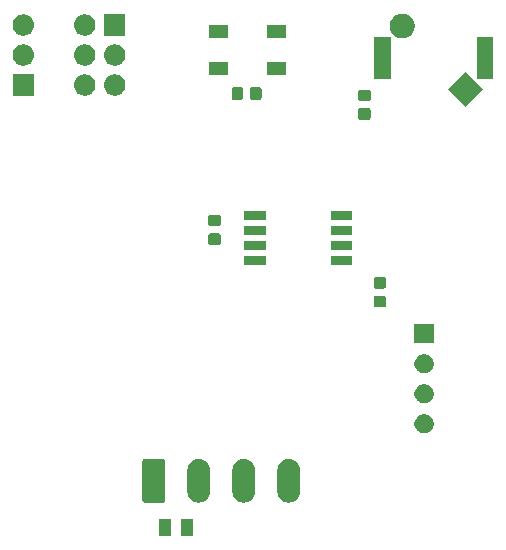
<source format=gts>
G04 #@! TF.GenerationSoftware,KiCad,Pcbnew,(5.1.2-1)-1*
G04 #@! TF.CreationDate,2019-07-21T21:30:42+01:00*
G04 #@! TF.ProjectId,nfc_reader_module,6e66635f-7265-4616-9465-725f6d6f6475,rev?*
G04 #@! TF.SameCoordinates,Original*
G04 #@! TF.FileFunction,Soldermask,Top*
G04 #@! TF.FilePolarity,Negative*
%FSLAX46Y46*%
G04 Gerber Fmt 4.6, Leading zero omitted, Abs format (unit mm)*
G04 Created by KiCad (PCBNEW (5.1.2-1)-1) date 2019-07-21 21:30:42*
%MOMM*%
%LPD*%
G04 APERTURE LIST*
%ADD10C,0.100000*%
G04 APERTURE END LIST*
D10*
G36*
X141239468Y-111683565D02*
G01*
X141278138Y-111695296D01*
X141313777Y-111714346D01*
X141345017Y-111739983D01*
X141370654Y-111771223D01*
X141389704Y-111806862D01*
X141401435Y-111845532D01*
X141406000Y-111891888D01*
X141406000Y-112968112D01*
X141401435Y-113014468D01*
X141389704Y-113053138D01*
X141370654Y-113088777D01*
X141345017Y-113120017D01*
X141313777Y-113145654D01*
X141278138Y-113164704D01*
X141239468Y-113176435D01*
X141193112Y-113181000D01*
X140541888Y-113181000D01*
X140495532Y-113176435D01*
X140456862Y-113164704D01*
X140421223Y-113145654D01*
X140389983Y-113120017D01*
X140364346Y-113088777D01*
X140345296Y-113053138D01*
X140333565Y-113014468D01*
X140329000Y-112968112D01*
X140329000Y-111891888D01*
X140333565Y-111845532D01*
X140345296Y-111806862D01*
X140364346Y-111771223D01*
X140389983Y-111739983D01*
X140421223Y-111714346D01*
X140456862Y-111695296D01*
X140495532Y-111683565D01*
X140541888Y-111679000D01*
X141193112Y-111679000D01*
X141239468Y-111683565D01*
X141239468Y-111683565D01*
G37*
G36*
X139364468Y-111683565D02*
G01*
X139403138Y-111695296D01*
X139438777Y-111714346D01*
X139470017Y-111739983D01*
X139495654Y-111771223D01*
X139514704Y-111806862D01*
X139526435Y-111845532D01*
X139531000Y-111891888D01*
X139531000Y-112968112D01*
X139526435Y-113014468D01*
X139514704Y-113053138D01*
X139495654Y-113088777D01*
X139470017Y-113120017D01*
X139438777Y-113145654D01*
X139403138Y-113164704D01*
X139364468Y-113176435D01*
X139318112Y-113181000D01*
X138666888Y-113181000D01*
X138620532Y-113176435D01*
X138581862Y-113164704D01*
X138546223Y-113145654D01*
X138514983Y-113120017D01*
X138489346Y-113088777D01*
X138470296Y-113053138D01*
X138458565Y-113014468D01*
X138454000Y-112968112D01*
X138454000Y-111891888D01*
X138458565Y-111845532D01*
X138470296Y-111806862D01*
X138489346Y-111771223D01*
X138514983Y-111739983D01*
X138546223Y-111714346D01*
X138581862Y-111695296D01*
X138620532Y-111683565D01*
X138666888Y-111679000D01*
X139318112Y-111679000D01*
X139364468Y-111683565D01*
X139364468Y-111683565D01*
G37*
G36*
X149646424Y-106642760D02*
G01*
X149646427Y-106642761D01*
X149646428Y-106642761D01*
X149825692Y-106697140D01*
X149825695Y-106697142D01*
X149825696Y-106697142D01*
X149990903Y-106785446D01*
X150135712Y-106904288D01*
X150254554Y-107049097D01*
X150342858Y-107214303D01*
X150342860Y-107214307D01*
X150342860Y-107214308D01*
X150397240Y-107393575D01*
X150411000Y-107533282D01*
X150411000Y-109426718D01*
X150397240Y-109566425D01*
X150397239Y-109566428D01*
X150397239Y-109566429D01*
X150342860Y-109745693D01*
X150342858Y-109745696D01*
X150342858Y-109745697D01*
X150254554Y-109910903D01*
X150135712Y-110055712D01*
X149990903Y-110174554D01*
X149843425Y-110253382D01*
X149825693Y-110262860D01*
X149646429Y-110317239D01*
X149646428Y-110317239D01*
X149646425Y-110317240D01*
X149460000Y-110335601D01*
X149273576Y-110317240D01*
X149273573Y-110317239D01*
X149273572Y-110317239D01*
X149094308Y-110262860D01*
X149076576Y-110253382D01*
X148929098Y-110174554D01*
X148784289Y-110055712D01*
X148665447Y-109910903D01*
X148577143Y-109745697D01*
X148577143Y-109745696D01*
X148577141Y-109745693D01*
X148522762Y-109566429D01*
X148522762Y-109566428D01*
X148522761Y-109566425D01*
X148509000Y-109426717D01*
X148509000Y-107533283D01*
X148522760Y-107393576D01*
X148522761Y-107393572D01*
X148577140Y-107214308D01*
X148577143Y-107214303D01*
X148665446Y-107049097D01*
X148784288Y-106904288D01*
X148929097Y-106785446D01*
X149094303Y-106697142D01*
X149094304Y-106697142D01*
X149094307Y-106697140D01*
X149273571Y-106642761D01*
X149273572Y-106642761D01*
X149273575Y-106642760D01*
X149460000Y-106624399D01*
X149646424Y-106642760D01*
X149646424Y-106642760D01*
G37*
G36*
X142026424Y-106642760D02*
G01*
X142026427Y-106642761D01*
X142026428Y-106642761D01*
X142205692Y-106697140D01*
X142205695Y-106697142D01*
X142205696Y-106697142D01*
X142370903Y-106785446D01*
X142515712Y-106904288D01*
X142634554Y-107049097D01*
X142722858Y-107214303D01*
X142722860Y-107214307D01*
X142722860Y-107214308D01*
X142777240Y-107393575D01*
X142791000Y-107533282D01*
X142791000Y-109426718D01*
X142777240Y-109566425D01*
X142777239Y-109566428D01*
X142777239Y-109566429D01*
X142722860Y-109745693D01*
X142722858Y-109745696D01*
X142722858Y-109745697D01*
X142634554Y-109910903D01*
X142515712Y-110055712D01*
X142370903Y-110174554D01*
X142223425Y-110253382D01*
X142205693Y-110262860D01*
X142026429Y-110317239D01*
X142026428Y-110317239D01*
X142026425Y-110317240D01*
X141840000Y-110335601D01*
X141653576Y-110317240D01*
X141653573Y-110317239D01*
X141653572Y-110317239D01*
X141474308Y-110262860D01*
X141456576Y-110253382D01*
X141309098Y-110174554D01*
X141164289Y-110055712D01*
X141045447Y-109910903D01*
X140957143Y-109745697D01*
X140957143Y-109745696D01*
X140957141Y-109745693D01*
X140902762Y-109566429D01*
X140902762Y-109566428D01*
X140902761Y-109566425D01*
X140889000Y-109426717D01*
X140889000Y-107533283D01*
X140902760Y-107393576D01*
X140902761Y-107393572D01*
X140957140Y-107214308D01*
X140957143Y-107214303D01*
X141045446Y-107049097D01*
X141164288Y-106904288D01*
X141309097Y-106785446D01*
X141474303Y-106697142D01*
X141474304Y-106697142D01*
X141474307Y-106697140D01*
X141653571Y-106642761D01*
X141653572Y-106642761D01*
X141653575Y-106642760D01*
X141840000Y-106624399D01*
X142026424Y-106642760D01*
X142026424Y-106642760D01*
G37*
G36*
X145836424Y-106642760D02*
G01*
X145836427Y-106642761D01*
X145836428Y-106642761D01*
X146015692Y-106697140D01*
X146015695Y-106697142D01*
X146015696Y-106697142D01*
X146180903Y-106785446D01*
X146325712Y-106904288D01*
X146444554Y-107049097D01*
X146532858Y-107214303D01*
X146532860Y-107214307D01*
X146532860Y-107214308D01*
X146587240Y-107393575D01*
X146601000Y-107533282D01*
X146601000Y-109426718D01*
X146587240Y-109566425D01*
X146587239Y-109566428D01*
X146587239Y-109566429D01*
X146532860Y-109745693D01*
X146532858Y-109745696D01*
X146532858Y-109745697D01*
X146444554Y-109910903D01*
X146325712Y-110055712D01*
X146180903Y-110174554D01*
X146033425Y-110253382D01*
X146015693Y-110262860D01*
X145836429Y-110317239D01*
X145836428Y-110317239D01*
X145836425Y-110317240D01*
X145650000Y-110335601D01*
X145463576Y-110317240D01*
X145463573Y-110317239D01*
X145463572Y-110317239D01*
X145284308Y-110262860D01*
X145266576Y-110253382D01*
X145119098Y-110174554D01*
X144974289Y-110055712D01*
X144855447Y-109910903D01*
X144767143Y-109745697D01*
X144767143Y-109745696D01*
X144767141Y-109745693D01*
X144712762Y-109566429D01*
X144712762Y-109566428D01*
X144712761Y-109566425D01*
X144699000Y-109426717D01*
X144699000Y-107533283D01*
X144712760Y-107393576D01*
X144712761Y-107393572D01*
X144767140Y-107214308D01*
X144767143Y-107214303D01*
X144855446Y-107049097D01*
X144974288Y-106904288D01*
X145119097Y-106785446D01*
X145284303Y-106697142D01*
X145284304Y-106697142D01*
X145284307Y-106697140D01*
X145463571Y-106642761D01*
X145463572Y-106642761D01*
X145463575Y-106642760D01*
X145650000Y-106624399D01*
X145836424Y-106642760D01*
X145836424Y-106642760D01*
G37*
G36*
X138840915Y-106632934D02*
G01*
X138873424Y-106642795D01*
X138903382Y-106658809D01*
X138929641Y-106680359D01*
X138951191Y-106706618D01*
X138967205Y-106736576D01*
X138977066Y-106769085D01*
X138981000Y-106809029D01*
X138981000Y-110150971D01*
X138977066Y-110190915D01*
X138967205Y-110223424D01*
X138951191Y-110253382D01*
X138929641Y-110279641D01*
X138903382Y-110301191D01*
X138873424Y-110317205D01*
X138840915Y-110327066D01*
X138800971Y-110331000D01*
X137259029Y-110331000D01*
X137219085Y-110327066D01*
X137186576Y-110317205D01*
X137156618Y-110301191D01*
X137130359Y-110279641D01*
X137108809Y-110253382D01*
X137092795Y-110223424D01*
X137082934Y-110190915D01*
X137079000Y-110150971D01*
X137079000Y-106809029D01*
X137082934Y-106769085D01*
X137092795Y-106736576D01*
X137108809Y-106706618D01*
X137130359Y-106680359D01*
X137156618Y-106658809D01*
X137186576Y-106642795D01*
X137219085Y-106632934D01*
X137259029Y-106629000D01*
X138800971Y-106629000D01*
X138840915Y-106632934D01*
X138840915Y-106632934D01*
G37*
G36*
X161167142Y-102868242D02*
G01*
X161315101Y-102929529D01*
X161448255Y-103018499D01*
X161561501Y-103131745D01*
X161650471Y-103264899D01*
X161711758Y-103412858D01*
X161743000Y-103569925D01*
X161743000Y-103730075D01*
X161711758Y-103887142D01*
X161650471Y-104035101D01*
X161561501Y-104168255D01*
X161448255Y-104281501D01*
X161315101Y-104370471D01*
X161167142Y-104431758D01*
X161010075Y-104463000D01*
X160849925Y-104463000D01*
X160692858Y-104431758D01*
X160544899Y-104370471D01*
X160411745Y-104281501D01*
X160298499Y-104168255D01*
X160209529Y-104035101D01*
X160148242Y-103887142D01*
X160117000Y-103730075D01*
X160117000Y-103569925D01*
X160148242Y-103412858D01*
X160209529Y-103264899D01*
X160298499Y-103131745D01*
X160411745Y-103018499D01*
X160544899Y-102929529D01*
X160692858Y-102868242D01*
X160849925Y-102837000D01*
X161010075Y-102837000D01*
X161167142Y-102868242D01*
X161167142Y-102868242D01*
G37*
G36*
X161167142Y-100328242D02*
G01*
X161315101Y-100389529D01*
X161448255Y-100478499D01*
X161561501Y-100591745D01*
X161650471Y-100724899D01*
X161711758Y-100872858D01*
X161743000Y-101029925D01*
X161743000Y-101190075D01*
X161711758Y-101347142D01*
X161650471Y-101495101D01*
X161561501Y-101628255D01*
X161448255Y-101741501D01*
X161315101Y-101830471D01*
X161167142Y-101891758D01*
X161010075Y-101923000D01*
X160849925Y-101923000D01*
X160692858Y-101891758D01*
X160544899Y-101830471D01*
X160411745Y-101741501D01*
X160298499Y-101628255D01*
X160209529Y-101495101D01*
X160148242Y-101347142D01*
X160117000Y-101190075D01*
X160117000Y-101029925D01*
X160148242Y-100872858D01*
X160209529Y-100724899D01*
X160298499Y-100591745D01*
X160411745Y-100478499D01*
X160544899Y-100389529D01*
X160692858Y-100328242D01*
X160849925Y-100297000D01*
X161010075Y-100297000D01*
X161167142Y-100328242D01*
X161167142Y-100328242D01*
G37*
G36*
X161167142Y-97788242D02*
G01*
X161315101Y-97849529D01*
X161448255Y-97938499D01*
X161561501Y-98051745D01*
X161650471Y-98184899D01*
X161711758Y-98332858D01*
X161743000Y-98489925D01*
X161743000Y-98650075D01*
X161711758Y-98807142D01*
X161650471Y-98955101D01*
X161561501Y-99088255D01*
X161448255Y-99201501D01*
X161315101Y-99290471D01*
X161167142Y-99351758D01*
X161010075Y-99383000D01*
X160849925Y-99383000D01*
X160692858Y-99351758D01*
X160544899Y-99290471D01*
X160411745Y-99201501D01*
X160298499Y-99088255D01*
X160209529Y-98955101D01*
X160148242Y-98807142D01*
X160117000Y-98650075D01*
X160117000Y-98489925D01*
X160148242Y-98332858D01*
X160209529Y-98184899D01*
X160298499Y-98051745D01*
X160411745Y-97938499D01*
X160544899Y-97849529D01*
X160692858Y-97788242D01*
X160849925Y-97757000D01*
X161010075Y-97757000D01*
X161167142Y-97788242D01*
X161167142Y-97788242D01*
G37*
G36*
X161743000Y-96843000D02*
G01*
X160117000Y-96843000D01*
X160117000Y-95217000D01*
X161743000Y-95217000D01*
X161743000Y-96843000D01*
X161743000Y-96843000D01*
G37*
G36*
X157559591Y-92805585D02*
G01*
X157593569Y-92815893D01*
X157624890Y-92832634D01*
X157652339Y-92855161D01*
X157674866Y-92882610D01*
X157691607Y-92913931D01*
X157701915Y-92947909D01*
X157706000Y-92989390D01*
X157706000Y-93590610D01*
X157701915Y-93632091D01*
X157691607Y-93666069D01*
X157674866Y-93697390D01*
X157652339Y-93724839D01*
X157624890Y-93747366D01*
X157593569Y-93764107D01*
X157559591Y-93774415D01*
X157518110Y-93778500D01*
X156841890Y-93778500D01*
X156800409Y-93774415D01*
X156766431Y-93764107D01*
X156735110Y-93747366D01*
X156707661Y-93724839D01*
X156685134Y-93697390D01*
X156668393Y-93666069D01*
X156658085Y-93632091D01*
X156654000Y-93590610D01*
X156654000Y-92989390D01*
X156658085Y-92947909D01*
X156668393Y-92913931D01*
X156685134Y-92882610D01*
X156707661Y-92855161D01*
X156735110Y-92832634D01*
X156766431Y-92815893D01*
X156800409Y-92805585D01*
X156841890Y-92801500D01*
X157518110Y-92801500D01*
X157559591Y-92805585D01*
X157559591Y-92805585D01*
G37*
G36*
X157559591Y-91230585D02*
G01*
X157593569Y-91240893D01*
X157624890Y-91257634D01*
X157652339Y-91280161D01*
X157674866Y-91307610D01*
X157691607Y-91338931D01*
X157701915Y-91372909D01*
X157706000Y-91414390D01*
X157706000Y-92015610D01*
X157701915Y-92057091D01*
X157691607Y-92091069D01*
X157674866Y-92122390D01*
X157652339Y-92149839D01*
X157624890Y-92172366D01*
X157593569Y-92189107D01*
X157559591Y-92199415D01*
X157518110Y-92203500D01*
X156841890Y-92203500D01*
X156800409Y-92199415D01*
X156766431Y-92189107D01*
X156735110Y-92172366D01*
X156707661Y-92149839D01*
X156685134Y-92122390D01*
X156668393Y-92091069D01*
X156658085Y-92057091D01*
X156654000Y-92015610D01*
X156654000Y-91414390D01*
X156658085Y-91372909D01*
X156668393Y-91338931D01*
X156685134Y-91307610D01*
X156707661Y-91280161D01*
X156735110Y-91257634D01*
X156766431Y-91240893D01*
X156800409Y-91230585D01*
X156841890Y-91226500D01*
X157518110Y-91226500D01*
X157559591Y-91230585D01*
X157559591Y-91230585D01*
G37*
G36*
X147521000Y-90181000D02*
G01*
X145719000Y-90181000D01*
X145719000Y-89429000D01*
X147521000Y-89429000D01*
X147521000Y-90181000D01*
X147521000Y-90181000D01*
G37*
G36*
X154821000Y-90181000D02*
G01*
X153019000Y-90181000D01*
X153019000Y-89429000D01*
X154821000Y-89429000D01*
X154821000Y-90181000D01*
X154821000Y-90181000D01*
G37*
G36*
X147521000Y-88911000D02*
G01*
X145719000Y-88911000D01*
X145719000Y-88159000D01*
X147521000Y-88159000D01*
X147521000Y-88911000D01*
X147521000Y-88911000D01*
G37*
G36*
X154821000Y-88911000D02*
G01*
X153019000Y-88911000D01*
X153019000Y-88159000D01*
X154821000Y-88159000D01*
X154821000Y-88911000D01*
X154821000Y-88911000D01*
G37*
G36*
X143559591Y-87535585D02*
G01*
X143593569Y-87545893D01*
X143624890Y-87562634D01*
X143652339Y-87585161D01*
X143674866Y-87612610D01*
X143691607Y-87643931D01*
X143701915Y-87677909D01*
X143706000Y-87719390D01*
X143706000Y-88320610D01*
X143701915Y-88362091D01*
X143691607Y-88396069D01*
X143674866Y-88427390D01*
X143652339Y-88454839D01*
X143624890Y-88477366D01*
X143593569Y-88494107D01*
X143559591Y-88504415D01*
X143518110Y-88508500D01*
X142841890Y-88508500D01*
X142800409Y-88504415D01*
X142766431Y-88494107D01*
X142735110Y-88477366D01*
X142707661Y-88454839D01*
X142685134Y-88427390D01*
X142668393Y-88396069D01*
X142658085Y-88362091D01*
X142654000Y-88320610D01*
X142654000Y-87719390D01*
X142658085Y-87677909D01*
X142668393Y-87643931D01*
X142685134Y-87612610D01*
X142707661Y-87585161D01*
X142735110Y-87562634D01*
X142766431Y-87545893D01*
X142800409Y-87535585D01*
X142841890Y-87531500D01*
X143518110Y-87531500D01*
X143559591Y-87535585D01*
X143559591Y-87535585D01*
G37*
G36*
X154821000Y-87641000D02*
G01*
X153019000Y-87641000D01*
X153019000Y-86889000D01*
X154821000Y-86889000D01*
X154821000Y-87641000D01*
X154821000Y-87641000D01*
G37*
G36*
X147521000Y-87641000D02*
G01*
X145719000Y-87641000D01*
X145719000Y-86889000D01*
X147521000Y-86889000D01*
X147521000Y-87641000D01*
X147521000Y-87641000D01*
G37*
G36*
X143559591Y-85960585D02*
G01*
X143593569Y-85970893D01*
X143624890Y-85987634D01*
X143652339Y-86010161D01*
X143674866Y-86037610D01*
X143691607Y-86068931D01*
X143701915Y-86102909D01*
X143706000Y-86144390D01*
X143706000Y-86745610D01*
X143701915Y-86787091D01*
X143691607Y-86821069D01*
X143674866Y-86852390D01*
X143652339Y-86879839D01*
X143624890Y-86902366D01*
X143593569Y-86919107D01*
X143559591Y-86929415D01*
X143518110Y-86933500D01*
X142841890Y-86933500D01*
X142800409Y-86929415D01*
X142766431Y-86919107D01*
X142735110Y-86902366D01*
X142707661Y-86879839D01*
X142685134Y-86852390D01*
X142668393Y-86821069D01*
X142658085Y-86787091D01*
X142654000Y-86745610D01*
X142654000Y-86144390D01*
X142658085Y-86102909D01*
X142668393Y-86068931D01*
X142685134Y-86037610D01*
X142707661Y-86010161D01*
X142735110Y-85987634D01*
X142766431Y-85970893D01*
X142800409Y-85960585D01*
X142841890Y-85956500D01*
X143518110Y-85956500D01*
X143559591Y-85960585D01*
X143559591Y-85960585D01*
G37*
G36*
X147521000Y-86371000D02*
G01*
X145719000Y-86371000D01*
X145719000Y-85619000D01*
X147521000Y-85619000D01*
X147521000Y-86371000D01*
X147521000Y-86371000D01*
G37*
G36*
X154821000Y-86371000D02*
G01*
X153019000Y-86371000D01*
X153019000Y-85619000D01*
X154821000Y-85619000D01*
X154821000Y-86371000D01*
X154821000Y-86371000D01*
G37*
G36*
X156257091Y-76933085D02*
G01*
X156291069Y-76943393D01*
X156322390Y-76960134D01*
X156349839Y-76982661D01*
X156372366Y-77010110D01*
X156389107Y-77041431D01*
X156399415Y-77075409D01*
X156403500Y-77116890D01*
X156403500Y-77718110D01*
X156399415Y-77759591D01*
X156389107Y-77793569D01*
X156372366Y-77824890D01*
X156349839Y-77852339D01*
X156322390Y-77874866D01*
X156291069Y-77891607D01*
X156257091Y-77901915D01*
X156215610Y-77906000D01*
X155539390Y-77906000D01*
X155497909Y-77901915D01*
X155463931Y-77891607D01*
X155432610Y-77874866D01*
X155405161Y-77852339D01*
X155382634Y-77824890D01*
X155365893Y-77793569D01*
X155355585Y-77759591D01*
X155351500Y-77718110D01*
X155351500Y-77116890D01*
X155355585Y-77075409D01*
X155365893Y-77041431D01*
X155382634Y-77010110D01*
X155405161Y-76982661D01*
X155432610Y-76960134D01*
X155463931Y-76943393D01*
X155497909Y-76933085D01*
X155539390Y-76929000D01*
X156215610Y-76929000D01*
X156257091Y-76933085D01*
X156257091Y-76933085D01*
G37*
G36*
X165175613Y-74589275D02*
G01*
X165194555Y-74604820D01*
X165207996Y-74612004D01*
X165215180Y-74625445D01*
X165230725Y-74644387D01*
X165936338Y-75350000D01*
X164450000Y-76836338D01*
X162963662Y-75350000D01*
X164450000Y-73863662D01*
X165175613Y-74589275D01*
X165175613Y-74589275D01*
G37*
G36*
X156257091Y-75358085D02*
G01*
X156291069Y-75368393D01*
X156322390Y-75385134D01*
X156349839Y-75407661D01*
X156372366Y-75435110D01*
X156389107Y-75466431D01*
X156399415Y-75500409D01*
X156403500Y-75541890D01*
X156403500Y-76143110D01*
X156399415Y-76184591D01*
X156389107Y-76218569D01*
X156372366Y-76249890D01*
X156349839Y-76277339D01*
X156322390Y-76299866D01*
X156291069Y-76316607D01*
X156257091Y-76326915D01*
X156215610Y-76331000D01*
X155539390Y-76331000D01*
X155497909Y-76326915D01*
X155463931Y-76316607D01*
X155432610Y-76299866D01*
X155405161Y-76277339D01*
X155382634Y-76249890D01*
X155365893Y-76218569D01*
X155355585Y-76184591D01*
X155351500Y-76143110D01*
X155351500Y-75541890D01*
X155355585Y-75500409D01*
X155365893Y-75466431D01*
X155382634Y-75435110D01*
X155405161Y-75407661D01*
X155432610Y-75385134D01*
X155463931Y-75368393D01*
X155497909Y-75358085D01*
X155539390Y-75354000D01*
X156215610Y-75354000D01*
X156257091Y-75358085D01*
X156257091Y-75358085D01*
G37*
G36*
X147032091Y-75168085D02*
G01*
X147066069Y-75178393D01*
X147097390Y-75195134D01*
X147124839Y-75217661D01*
X147147366Y-75245110D01*
X147164107Y-75276431D01*
X147174415Y-75310409D01*
X147178500Y-75351890D01*
X147178500Y-76028110D01*
X147174415Y-76069591D01*
X147164107Y-76103569D01*
X147147366Y-76134890D01*
X147124839Y-76162339D01*
X147097390Y-76184866D01*
X147066069Y-76201607D01*
X147032091Y-76211915D01*
X146990610Y-76216000D01*
X146389390Y-76216000D01*
X146347909Y-76211915D01*
X146313931Y-76201607D01*
X146282610Y-76184866D01*
X146255161Y-76162339D01*
X146232634Y-76134890D01*
X146215893Y-76103569D01*
X146205585Y-76069591D01*
X146201500Y-76028110D01*
X146201500Y-75351890D01*
X146205585Y-75310409D01*
X146215893Y-75276431D01*
X146232634Y-75245110D01*
X146255161Y-75217661D01*
X146282610Y-75195134D01*
X146313931Y-75178393D01*
X146347909Y-75168085D01*
X146389390Y-75164000D01*
X146990610Y-75164000D01*
X147032091Y-75168085D01*
X147032091Y-75168085D01*
G37*
G36*
X145457091Y-75168085D02*
G01*
X145491069Y-75178393D01*
X145522390Y-75195134D01*
X145549839Y-75217661D01*
X145572366Y-75245110D01*
X145589107Y-75276431D01*
X145599415Y-75310409D01*
X145603500Y-75351890D01*
X145603500Y-76028110D01*
X145599415Y-76069591D01*
X145589107Y-76103569D01*
X145572366Y-76134890D01*
X145549839Y-76162339D01*
X145522390Y-76184866D01*
X145491069Y-76201607D01*
X145457091Y-76211915D01*
X145415610Y-76216000D01*
X144814390Y-76216000D01*
X144772909Y-76211915D01*
X144738931Y-76201607D01*
X144707610Y-76184866D01*
X144680161Y-76162339D01*
X144657634Y-76134890D01*
X144640893Y-76103569D01*
X144630585Y-76069591D01*
X144626500Y-76028110D01*
X144626500Y-75351890D01*
X144630585Y-75310409D01*
X144640893Y-75276431D01*
X144657634Y-75245110D01*
X144680161Y-75217661D01*
X144707610Y-75195134D01*
X144738931Y-75178393D01*
X144772909Y-75168085D01*
X144814390Y-75164000D01*
X145415610Y-75164000D01*
X145457091Y-75168085D01*
X145457091Y-75168085D01*
G37*
G36*
X134850442Y-74075518D02*
G01*
X134916627Y-74082037D01*
X135086466Y-74133557D01*
X135242991Y-74217222D01*
X135278729Y-74246552D01*
X135380186Y-74329814D01*
X135463226Y-74431000D01*
X135492778Y-74467009D01*
X135576443Y-74623534D01*
X135627963Y-74793373D01*
X135645359Y-74970000D01*
X135627963Y-75146627D01*
X135576443Y-75316466D01*
X135492778Y-75472991D01*
X135470276Y-75500409D01*
X135380186Y-75610186D01*
X135278729Y-75693448D01*
X135242991Y-75722778D01*
X135086466Y-75806443D01*
X134916627Y-75857963D01*
X134850443Y-75864481D01*
X134784260Y-75871000D01*
X134695740Y-75871000D01*
X134629557Y-75864481D01*
X134563373Y-75857963D01*
X134393534Y-75806443D01*
X134237009Y-75722778D01*
X134201271Y-75693448D01*
X134099814Y-75610186D01*
X134009724Y-75500409D01*
X133987222Y-75472991D01*
X133903557Y-75316466D01*
X133852037Y-75146627D01*
X133834641Y-74970000D01*
X133852037Y-74793373D01*
X133903557Y-74623534D01*
X133987222Y-74467009D01*
X134016774Y-74431000D01*
X134099814Y-74329814D01*
X134201271Y-74246552D01*
X134237009Y-74217222D01*
X134393534Y-74133557D01*
X134563373Y-74082037D01*
X134629558Y-74075518D01*
X134695740Y-74069000D01*
X134784260Y-74069000D01*
X134850442Y-74075518D01*
X134850442Y-74075518D01*
G37*
G36*
X132310442Y-74075518D02*
G01*
X132376627Y-74082037D01*
X132546466Y-74133557D01*
X132702991Y-74217222D01*
X132738729Y-74246552D01*
X132840186Y-74329814D01*
X132923226Y-74431000D01*
X132952778Y-74467009D01*
X133036443Y-74623534D01*
X133087963Y-74793373D01*
X133105359Y-74970000D01*
X133087963Y-75146627D01*
X133036443Y-75316466D01*
X132952778Y-75472991D01*
X132930276Y-75500409D01*
X132840186Y-75610186D01*
X132738729Y-75693448D01*
X132702991Y-75722778D01*
X132546466Y-75806443D01*
X132376627Y-75857963D01*
X132310443Y-75864481D01*
X132244260Y-75871000D01*
X132155740Y-75871000D01*
X132089557Y-75864481D01*
X132023373Y-75857963D01*
X131853534Y-75806443D01*
X131697009Y-75722778D01*
X131661271Y-75693448D01*
X131559814Y-75610186D01*
X131469724Y-75500409D01*
X131447222Y-75472991D01*
X131363557Y-75316466D01*
X131312037Y-75146627D01*
X131294641Y-74970000D01*
X131312037Y-74793373D01*
X131363557Y-74623534D01*
X131447222Y-74467009D01*
X131476774Y-74431000D01*
X131559814Y-74329814D01*
X131661271Y-74246552D01*
X131697009Y-74217222D01*
X131853534Y-74133557D01*
X132023373Y-74082037D01*
X132089558Y-74075518D01*
X132155740Y-74069000D01*
X132244260Y-74069000D01*
X132310442Y-74075518D01*
X132310442Y-74075518D01*
G37*
G36*
X127901000Y-75871000D02*
G01*
X126099000Y-75871000D01*
X126099000Y-74069000D01*
X127901000Y-74069000D01*
X127901000Y-75871000D01*
X127901000Y-75871000D01*
G37*
G36*
X166791000Y-74431000D02*
G01*
X165389000Y-74431000D01*
X165389000Y-70929000D01*
X166791000Y-70929000D01*
X166791000Y-74431000D01*
X166791000Y-74431000D01*
G37*
G36*
X158091000Y-74431000D02*
G01*
X156689000Y-74431000D01*
X156689000Y-70929000D01*
X158091000Y-70929000D01*
X158091000Y-74431000D01*
X158091000Y-74431000D01*
G37*
G36*
X149211000Y-74161000D02*
G01*
X147609000Y-74161000D01*
X147609000Y-73059000D01*
X149211000Y-73059000D01*
X149211000Y-74161000D01*
X149211000Y-74161000D01*
G37*
G36*
X144311000Y-74161000D02*
G01*
X142709000Y-74161000D01*
X142709000Y-73059000D01*
X144311000Y-73059000D01*
X144311000Y-74161000D01*
X144311000Y-74161000D01*
G37*
G36*
X127110443Y-71535519D02*
G01*
X127176627Y-71542037D01*
X127346466Y-71593557D01*
X127502991Y-71677222D01*
X127538729Y-71706552D01*
X127640186Y-71789814D01*
X127723448Y-71891271D01*
X127752778Y-71927009D01*
X127836443Y-72083534D01*
X127887963Y-72253373D01*
X127905359Y-72430000D01*
X127887963Y-72606627D01*
X127836443Y-72776466D01*
X127752778Y-72932991D01*
X127723448Y-72968729D01*
X127640186Y-73070186D01*
X127538729Y-73153448D01*
X127502991Y-73182778D01*
X127346466Y-73266443D01*
X127176627Y-73317963D01*
X127110443Y-73324481D01*
X127044260Y-73331000D01*
X126955740Y-73331000D01*
X126889557Y-73324481D01*
X126823373Y-73317963D01*
X126653534Y-73266443D01*
X126497009Y-73182778D01*
X126461271Y-73153448D01*
X126359814Y-73070186D01*
X126276552Y-72968729D01*
X126247222Y-72932991D01*
X126163557Y-72776466D01*
X126112037Y-72606627D01*
X126094641Y-72430000D01*
X126112037Y-72253373D01*
X126163557Y-72083534D01*
X126247222Y-71927009D01*
X126276552Y-71891271D01*
X126359814Y-71789814D01*
X126461271Y-71706552D01*
X126497009Y-71677222D01*
X126653534Y-71593557D01*
X126823373Y-71542037D01*
X126889557Y-71535519D01*
X126955740Y-71529000D01*
X127044260Y-71529000D01*
X127110443Y-71535519D01*
X127110443Y-71535519D01*
G37*
G36*
X132310443Y-71535519D02*
G01*
X132376627Y-71542037D01*
X132546466Y-71593557D01*
X132702991Y-71677222D01*
X132738729Y-71706552D01*
X132840186Y-71789814D01*
X132923448Y-71891271D01*
X132952778Y-71927009D01*
X133036443Y-72083534D01*
X133087963Y-72253373D01*
X133105359Y-72430000D01*
X133087963Y-72606627D01*
X133036443Y-72776466D01*
X132952778Y-72932991D01*
X132923448Y-72968729D01*
X132840186Y-73070186D01*
X132738729Y-73153448D01*
X132702991Y-73182778D01*
X132546466Y-73266443D01*
X132376627Y-73317963D01*
X132310443Y-73324481D01*
X132244260Y-73331000D01*
X132155740Y-73331000D01*
X132089557Y-73324481D01*
X132023373Y-73317963D01*
X131853534Y-73266443D01*
X131697009Y-73182778D01*
X131661271Y-73153448D01*
X131559814Y-73070186D01*
X131476552Y-72968729D01*
X131447222Y-72932991D01*
X131363557Y-72776466D01*
X131312037Y-72606627D01*
X131294641Y-72430000D01*
X131312037Y-72253373D01*
X131363557Y-72083534D01*
X131447222Y-71927009D01*
X131476552Y-71891271D01*
X131559814Y-71789814D01*
X131661271Y-71706552D01*
X131697009Y-71677222D01*
X131853534Y-71593557D01*
X132023373Y-71542037D01*
X132089557Y-71535519D01*
X132155740Y-71529000D01*
X132244260Y-71529000D01*
X132310443Y-71535519D01*
X132310443Y-71535519D01*
G37*
G36*
X134850443Y-71535519D02*
G01*
X134916627Y-71542037D01*
X135086466Y-71593557D01*
X135242991Y-71677222D01*
X135278729Y-71706552D01*
X135380186Y-71789814D01*
X135463448Y-71891271D01*
X135492778Y-71927009D01*
X135576443Y-72083534D01*
X135627963Y-72253373D01*
X135645359Y-72430000D01*
X135627963Y-72606627D01*
X135576443Y-72776466D01*
X135492778Y-72932991D01*
X135463448Y-72968729D01*
X135380186Y-73070186D01*
X135278729Y-73153448D01*
X135242991Y-73182778D01*
X135086466Y-73266443D01*
X134916627Y-73317963D01*
X134850443Y-73324481D01*
X134784260Y-73331000D01*
X134695740Y-73331000D01*
X134629557Y-73324481D01*
X134563373Y-73317963D01*
X134393534Y-73266443D01*
X134237009Y-73182778D01*
X134201271Y-73153448D01*
X134099814Y-73070186D01*
X134016552Y-72968729D01*
X133987222Y-72932991D01*
X133903557Y-72776466D01*
X133852037Y-72606627D01*
X133834641Y-72430000D01*
X133852037Y-72253373D01*
X133903557Y-72083534D01*
X133987222Y-71927009D01*
X134016552Y-71891271D01*
X134099814Y-71789814D01*
X134201271Y-71706552D01*
X134237009Y-71677222D01*
X134393534Y-71593557D01*
X134563373Y-71542037D01*
X134629557Y-71535519D01*
X134695740Y-71529000D01*
X134784260Y-71529000D01*
X134850443Y-71535519D01*
X134850443Y-71535519D01*
G37*
G36*
X159382552Y-68965377D02*
G01*
X159573821Y-69044603D01*
X159573823Y-69044604D01*
X159745961Y-69159623D01*
X159892353Y-69306015D01*
X160007373Y-69478155D01*
X160086599Y-69669424D01*
X160126988Y-69872472D01*
X160126988Y-70079504D01*
X160086599Y-70282552D01*
X160007373Y-70473821D01*
X160007372Y-70473823D01*
X159892353Y-70645961D01*
X159745961Y-70792353D01*
X159573823Y-70907372D01*
X159573822Y-70907373D01*
X159573821Y-70907373D01*
X159382552Y-70986599D01*
X159179504Y-71026988D01*
X158972472Y-71026988D01*
X158769424Y-70986599D01*
X158578155Y-70907373D01*
X158578154Y-70907373D01*
X158578153Y-70907372D01*
X158406015Y-70792353D01*
X158259623Y-70645961D01*
X158144604Y-70473823D01*
X158144603Y-70473821D01*
X158065377Y-70282552D01*
X158024988Y-70079504D01*
X158024988Y-69872472D01*
X158065377Y-69669424D01*
X158144603Y-69478155D01*
X158259623Y-69306015D01*
X158406015Y-69159623D01*
X158578153Y-69044604D01*
X158578155Y-69044603D01*
X158769424Y-68965377D01*
X158972472Y-68924988D01*
X159179504Y-68924988D01*
X159382552Y-68965377D01*
X159382552Y-68965377D01*
G37*
G36*
X144311000Y-70961000D02*
G01*
X142709000Y-70961000D01*
X142709000Y-69859000D01*
X144311000Y-69859000D01*
X144311000Y-70961000D01*
X144311000Y-70961000D01*
G37*
G36*
X149211000Y-70961000D02*
G01*
X147609000Y-70961000D01*
X147609000Y-69859000D01*
X149211000Y-69859000D01*
X149211000Y-70961000D01*
X149211000Y-70961000D01*
G37*
G36*
X127110442Y-68995518D02*
G01*
X127176627Y-69002037D01*
X127346466Y-69053557D01*
X127502991Y-69137222D01*
X127538729Y-69166552D01*
X127640186Y-69249814D01*
X127723448Y-69351271D01*
X127752778Y-69387009D01*
X127836443Y-69543534D01*
X127887963Y-69713373D01*
X127905359Y-69890000D01*
X127887963Y-70066627D01*
X127836443Y-70236466D01*
X127752778Y-70392991D01*
X127723448Y-70428729D01*
X127640186Y-70530186D01*
X127538729Y-70613448D01*
X127502991Y-70642778D01*
X127346466Y-70726443D01*
X127176627Y-70777963D01*
X127110442Y-70784482D01*
X127044260Y-70791000D01*
X126955740Y-70791000D01*
X126889558Y-70784482D01*
X126823373Y-70777963D01*
X126653534Y-70726443D01*
X126497009Y-70642778D01*
X126461271Y-70613448D01*
X126359814Y-70530186D01*
X126276552Y-70428729D01*
X126247222Y-70392991D01*
X126163557Y-70236466D01*
X126112037Y-70066627D01*
X126094641Y-69890000D01*
X126112037Y-69713373D01*
X126163557Y-69543534D01*
X126247222Y-69387009D01*
X126276552Y-69351271D01*
X126359814Y-69249814D01*
X126461271Y-69166552D01*
X126497009Y-69137222D01*
X126653534Y-69053557D01*
X126823373Y-69002037D01*
X126889558Y-68995518D01*
X126955740Y-68989000D01*
X127044260Y-68989000D01*
X127110442Y-68995518D01*
X127110442Y-68995518D01*
G37*
G36*
X132310442Y-68995518D02*
G01*
X132376627Y-69002037D01*
X132546466Y-69053557D01*
X132702991Y-69137222D01*
X132738729Y-69166552D01*
X132840186Y-69249814D01*
X132923448Y-69351271D01*
X132952778Y-69387009D01*
X133036443Y-69543534D01*
X133087963Y-69713373D01*
X133105359Y-69890000D01*
X133087963Y-70066627D01*
X133036443Y-70236466D01*
X132952778Y-70392991D01*
X132923448Y-70428729D01*
X132840186Y-70530186D01*
X132738729Y-70613448D01*
X132702991Y-70642778D01*
X132546466Y-70726443D01*
X132376627Y-70777963D01*
X132310442Y-70784482D01*
X132244260Y-70791000D01*
X132155740Y-70791000D01*
X132089558Y-70784482D01*
X132023373Y-70777963D01*
X131853534Y-70726443D01*
X131697009Y-70642778D01*
X131661271Y-70613448D01*
X131559814Y-70530186D01*
X131476552Y-70428729D01*
X131447222Y-70392991D01*
X131363557Y-70236466D01*
X131312037Y-70066627D01*
X131294641Y-69890000D01*
X131312037Y-69713373D01*
X131363557Y-69543534D01*
X131447222Y-69387009D01*
X131476552Y-69351271D01*
X131559814Y-69249814D01*
X131661271Y-69166552D01*
X131697009Y-69137222D01*
X131853534Y-69053557D01*
X132023373Y-69002037D01*
X132089558Y-68995518D01*
X132155740Y-68989000D01*
X132244260Y-68989000D01*
X132310442Y-68995518D01*
X132310442Y-68995518D01*
G37*
G36*
X135641000Y-70791000D02*
G01*
X133839000Y-70791000D01*
X133839000Y-68989000D01*
X135641000Y-68989000D01*
X135641000Y-70791000D01*
X135641000Y-70791000D01*
G37*
M02*

</source>
